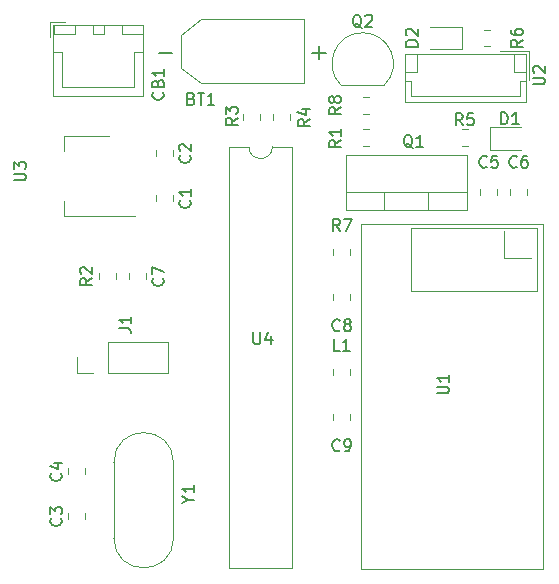
<source format=gbr>
G04 #@! TF.GenerationSoftware,KiCad,Pcbnew,5.1.6-c6e7f7d~87~ubuntu20.04.1*
G04 #@! TF.CreationDate,2020-09-27T23:00:53+02:00*
G04 #@! TF.ProjectId,soil_humidity_module,736f696c-5f68-4756-9d69-646974795f6d,rev?*
G04 #@! TF.SameCoordinates,Original*
G04 #@! TF.FileFunction,Legend,Top*
G04 #@! TF.FilePolarity,Positive*
%FSLAX46Y46*%
G04 Gerber Fmt 4.6, Leading zero omitted, Abs format (unit mm)*
G04 Created by KiCad (PCBNEW 5.1.6-c6e7f7d~87~ubuntu20.04.1) date 2020-09-27 23:00:53*
%MOMM*%
%LPD*%
G01*
G04 APERTURE LIST*
%ADD10C,0.120000*%
%ADD11C,0.150000*%
G04 APERTURE END LIST*
D10*
X132060000Y-81614000D02*
X132060000Y-87584000D01*
X132060000Y-87584000D02*
X139680000Y-87584000D01*
X139680000Y-87584000D02*
X139680000Y-81614000D01*
X139680000Y-81614000D02*
X132060000Y-81614000D01*
X135370000Y-81624000D02*
X135370000Y-82374000D01*
X135370000Y-82374000D02*
X136370000Y-82374000D01*
X136370000Y-82374000D02*
X136370000Y-81624000D01*
X136370000Y-81624000D02*
X135370000Y-81624000D01*
X132070000Y-81624000D02*
X132070000Y-82374000D01*
X132070000Y-82374000D02*
X133870000Y-82374000D01*
X133870000Y-82374000D02*
X133870000Y-81624000D01*
X133870000Y-81624000D02*
X132070000Y-81624000D01*
X137870000Y-81624000D02*
X137870000Y-82374000D01*
X137870000Y-82374000D02*
X139670000Y-82374000D01*
X139670000Y-82374000D02*
X139670000Y-81624000D01*
X139670000Y-81624000D02*
X137870000Y-81624000D01*
X132070000Y-83874000D02*
X132820000Y-83874000D01*
X132820000Y-83874000D02*
X132820000Y-86824000D01*
X132820000Y-86824000D02*
X135870000Y-86824000D01*
X139670000Y-83874000D02*
X138920000Y-83874000D01*
X138920000Y-83874000D02*
X138920000Y-86824000D01*
X138920000Y-86824000D02*
X135870000Y-86824000D01*
X133020000Y-81324000D02*
X131770000Y-81324000D01*
X131770000Y-81324000D02*
X131770000Y-82574000D01*
X158237422Y-87682000D02*
X158754578Y-87682000D01*
X158237422Y-89102000D02*
X158754578Y-89102000D01*
X155754000Y-110739422D02*
X155754000Y-111256578D01*
X157174000Y-110739422D02*
X157174000Y-111256578D01*
X155754000Y-114549422D02*
X155754000Y-115066578D01*
X157174000Y-114549422D02*
X157174000Y-115066578D01*
X155754000Y-100579422D02*
X155754000Y-101096578D01*
X157174000Y-100579422D02*
X157174000Y-101096578D01*
X157174000Y-104906578D02*
X157174000Y-104389422D01*
X155754000Y-104906578D02*
X155754000Y-104389422D01*
X134052000Y-111058000D02*
X134052000Y-109728000D01*
X135382000Y-111058000D02*
X134052000Y-111058000D01*
X136652000Y-111058000D02*
X136652000Y-108398000D01*
X136652000Y-108398000D02*
X141792000Y-108398000D01*
X136652000Y-111058000D02*
X141792000Y-111058000D01*
X141792000Y-111058000D02*
X141792000Y-108398000D01*
X135942000Y-102611422D02*
X135942000Y-103128578D01*
X137362000Y-102611422D02*
X137362000Y-103128578D01*
X172160000Y-95499422D02*
X172160000Y-96016578D01*
X170740000Y-95499422D02*
X170740000Y-96016578D01*
X169620000Y-95499422D02*
X169620000Y-96016578D01*
X168200000Y-95499422D02*
X168200000Y-96016578D01*
X168524422Y-83387000D02*
X169041578Y-83387000D01*
X168524422Y-81967000D02*
X169041578Y-81967000D01*
X166619422Y-91851000D02*
X167136578Y-91851000D01*
X166619422Y-90431000D02*
X167136578Y-90431000D01*
X166658000Y-81717000D02*
X163973000Y-81717000D01*
X166658000Y-83637000D02*
X166658000Y-81717000D01*
X163973000Y-83637000D02*
X166658000Y-83637000D01*
X169003000Y-92146000D02*
X171688000Y-92146000D01*
X169003000Y-90226000D02*
X169003000Y-92146000D01*
X171688000Y-90226000D02*
X169003000Y-90226000D01*
X172974000Y-98806000D02*
X172974000Y-104140000D01*
X172974000Y-104140000D02*
X162306000Y-104140000D01*
X162306000Y-104140000D02*
X162306000Y-98806000D01*
X162306000Y-98806000D02*
X162306000Y-98806000D01*
X172466000Y-101346000D02*
X170180000Y-101346000D01*
X170180000Y-101346000D02*
X170180000Y-99060000D01*
X170180000Y-99060000D02*
X170180000Y-99060000D01*
X173550000Y-98476000D02*
X173550000Y-127676000D01*
X173550000Y-127676000D02*
X158100000Y-127676000D01*
X158100000Y-127676000D02*
X158100000Y-98476000D01*
X158100000Y-98476000D02*
X173550000Y-98476000D01*
X173550000Y-98476000D02*
X173550000Y-98476000D01*
X162306000Y-98806000D02*
X172974000Y-98806000D01*
X172974000Y-98806000D02*
X172974000Y-98806000D01*
X142832000Y-82410000D02*
X142832000Y-85230000D01*
X142832000Y-85230000D02*
X144532000Y-86530000D01*
X142832000Y-82410000D02*
X144532000Y-81110000D01*
X144532000Y-86530000D02*
X153252000Y-86530000D01*
X153252000Y-81110000D02*
X153252000Y-86530000D01*
X144532000Y-81110000D02*
X153252000Y-81110000D01*
X142188000Y-96524578D02*
X142188000Y-96007422D01*
X140768000Y-96524578D02*
X140768000Y-96007422D01*
X142188000Y-92197422D02*
X142188000Y-92714578D01*
X140768000Y-92197422D02*
X140768000Y-92714578D01*
X134695000Y-122931422D02*
X134695000Y-123448578D01*
X133275000Y-122931422D02*
X133275000Y-123448578D01*
X134695000Y-119638578D02*
X134695000Y-119121422D01*
X133275000Y-119638578D02*
X133275000Y-119121422D01*
X160079000Y-97250000D02*
X160079000Y-95740000D01*
X163780000Y-97250000D02*
X163780000Y-95740000D01*
X167050000Y-95740000D02*
X156810000Y-95740000D01*
X156810000Y-97250000D02*
X156810000Y-92609000D01*
X167050000Y-97250000D02*
X167050000Y-92609000D01*
X167050000Y-92609000D02*
X156810000Y-92609000D01*
X167050000Y-97250000D02*
X156810000Y-97250000D01*
X156442000Y-86686000D02*
X160042000Y-86686000D01*
X156403522Y-86674478D02*
G75*
G02*
X158242000Y-82236000I1838478J1838478D01*
G01*
X160080478Y-86674478D02*
G75*
G03*
X158242000Y-82236000I-1838478J1838478D01*
G01*
X158754578Y-90431000D02*
X158237422Y-90431000D01*
X158754578Y-91851000D02*
X158237422Y-91851000D01*
X139902000Y-103128578D02*
X139902000Y-102611422D01*
X138482000Y-103128578D02*
X138482000Y-102611422D01*
X148134000Y-89666578D02*
X148134000Y-89149422D01*
X149554000Y-89666578D02*
X149554000Y-89149422D01*
X152094000Y-89149422D02*
X152094000Y-89666578D01*
X150674000Y-89149422D02*
X150674000Y-89666578D01*
X172328000Y-83750000D02*
X169828000Y-83750000D01*
X172328000Y-86250000D02*
X172328000Y-83750000D01*
X162808000Y-85550000D02*
X162808000Y-84050000D01*
X161808000Y-85550000D02*
X162808000Y-85550000D01*
X171028000Y-85550000D02*
X171028000Y-84050000D01*
X172028000Y-85550000D02*
X171028000Y-85550000D01*
X162308000Y-86360000D02*
X161808000Y-86360000D01*
X162308000Y-87570000D02*
X162308000Y-86360000D01*
X171528000Y-87570000D02*
X162308000Y-87570000D01*
X171528000Y-86360000D02*
X171528000Y-87570000D01*
X172028000Y-86360000D02*
X171528000Y-86360000D01*
X161808000Y-88070000D02*
X172028000Y-88070000D01*
X161808000Y-84050000D02*
X161808000Y-88070000D01*
X172028000Y-84050000D02*
X161808000Y-84050000D01*
X172028000Y-88070000D02*
X172028000Y-84050000D01*
X138974000Y-97771000D02*
X132964000Y-97771000D01*
X136724000Y-90951000D02*
X132964000Y-90951000D01*
X132964000Y-97771000D02*
X132964000Y-96511000D01*
X132964000Y-90951000D02*
X132964000Y-92211000D01*
X152256000Y-91888000D02*
X150606000Y-91888000D01*
X152256000Y-127568000D02*
X152256000Y-91888000D01*
X146956000Y-127568000D02*
X152256000Y-127568000D01*
X146956000Y-91888000D02*
X146956000Y-127568000D01*
X148606000Y-91888000D02*
X146956000Y-91888000D01*
X150606000Y-91888000D02*
G75*
G02*
X148606000Y-91888000I-1000000J0D01*
G01*
X137175000Y-118620000D02*
X137175000Y-125020000D01*
X142225000Y-118620000D02*
X142225000Y-125020000D01*
X137175000Y-118620000D02*
G75*
G02*
X142225000Y-118620000I2525000J0D01*
G01*
X137175000Y-125020000D02*
G75*
G03*
X142225000Y-125020000I2525000J0D01*
G01*
D11*
X141327142Y-87280666D02*
X141374761Y-87328285D01*
X141422380Y-87471142D01*
X141422380Y-87566380D01*
X141374761Y-87709238D01*
X141279523Y-87804476D01*
X141184285Y-87852095D01*
X140993809Y-87899714D01*
X140850952Y-87899714D01*
X140660476Y-87852095D01*
X140565238Y-87804476D01*
X140470000Y-87709238D01*
X140422380Y-87566380D01*
X140422380Y-87471142D01*
X140470000Y-87328285D01*
X140517619Y-87280666D01*
X140898571Y-86518761D02*
X140946190Y-86375904D01*
X140993809Y-86328285D01*
X141089047Y-86280666D01*
X141231904Y-86280666D01*
X141327142Y-86328285D01*
X141374761Y-86375904D01*
X141422380Y-86471142D01*
X141422380Y-86852095D01*
X140422380Y-86852095D01*
X140422380Y-86518761D01*
X140470000Y-86423523D01*
X140517619Y-86375904D01*
X140612857Y-86328285D01*
X140708095Y-86328285D01*
X140803333Y-86375904D01*
X140850952Y-86423523D01*
X140898571Y-86518761D01*
X140898571Y-86852095D01*
X141422380Y-85328285D02*
X141422380Y-85899714D01*
X141422380Y-85614000D02*
X140422380Y-85614000D01*
X140565238Y-85709238D01*
X140660476Y-85804476D01*
X140708095Y-85899714D01*
X156408380Y-88558666D02*
X155932190Y-88892000D01*
X156408380Y-89130095D02*
X155408380Y-89130095D01*
X155408380Y-88749142D01*
X155456000Y-88653904D01*
X155503619Y-88606285D01*
X155598857Y-88558666D01*
X155741714Y-88558666D01*
X155836952Y-88606285D01*
X155884571Y-88653904D01*
X155932190Y-88749142D01*
X155932190Y-89130095D01*
X155836952Y-87987238D02*
X155789333Y-88082476D01*
X155741714Y-88130095D01*
X155646476Y-88177714D01*
X155598857Y-88177714D01*
X155503619Y-88130095D01*
X155456000Y-88082476D01*
X155408380Y-87987238D01*
X155408380Y-87796761D01*
X155456000Y-87701523D01*
X155503619Y-87653904D01*
X155598857Y-87606285D01*
X155646476Y-87606285D01*
X155741714Y-87653904D01*
X155789333Y-87701523D01*
X155836952Y-87796761D01*
X155836952Y-87987238D01*
X155884571Y-88082476D01*
X155932190Y-88130095D01*
X156027428Y-88177714D01*
X156217904Y-88177714D01*
X156313142Y-88130095D01*
X156360761Y-88082476D01*
X156408380Y-87987238D01*
X156408380Y-87796761D01*
X156360761Y-87701523D01*
X156313142Y-87653904D01*
X156217904Y-87606285D01*
X156027428Y-87606285D01*
X155932190Y-87653904D01*
X155884571Y-87701523D01*
X155836952Y-87796761D01*
X156297333Y-109164380D02*
X155821142Y-109164380D01*
X155821142Y-108164380D01*
X157154476Y-109164380D02*
X156583047Y-109164380D01*
X156868761Y-109164380D02*
X156868761Y-108164380D01*
X156773523Y-108307238D01*
X156678285Y-108402476D01*
X156583047Y-108450095D01*
X156297333Y-117578142D02*
X156249714Y-117625761D01*
X156106857Y-117673380D01*
X156011619Y-117673380D01*
X155868761Y-117625761D01*
X155773523Y-117530523D01*
X155725904Y-117435285D01*
X155678285Y-117244809D01*
X155678285Y-117101952D01*
X155725904Y-116911476D01*
X155773523Y-116816238D01*
X155868761Y-116721000D01*
X156011619Y-116673380D01*
X156106857Y-116673380D01*
X156249714Y-116721000D01*
X156297333Y-116768619D01*
X156773523Y-117673380D02*
X156964000Y-117673380D01*
X157059238Y-117625761D01*
X157106857Y-117578142D01*
X157202095Y-117435285D01*
X157249714Y-117244809D01*
X157249714Y-116863857D01*
X157202095Y-116768619D01*
X157154476Y-116721000D01*
X157059238Y-116673380D01*
X156868761Y-116673380D01*
X156773523Y-116721000D01*
X156725904Y-116768619D01*
X156678285Y-116863857D01*
X156678285Y-117101952D01*
X156725904Y-117197190D01*
X156773523Y-117244809D01*
X156868761Y-117292428D01*
X157059238Y-117292428D01*
X157154476Y-117244809D01*
X157202095Y-117197190D01*
X157249714Y-117101952D01*
X156297333Y-99004380D02*
X155964000Y-98528190D01*
X155725904Y-99004380D02*
X155725904Y-98004380D01*
X156106857Y-98004380D01*
X156202095Y-98052000D01*
X156249714Y-98099619D01*
X156297333Y-98194857D01*
X156297333Y-98337714D01*
X156249714Y-98432952D01*
X156202095Y-98480571D01*
X156106857Y-98528190D01*
X155725904Y-98528190D01*
X156630666Y-98004380D02*
X157297333Y-98004380D01*
X156868761Y-99004380D01*
X156297333Y-107418142D02*
X156249714Y-107465761D01*
X156106857Y-107513380D01*
X156011619Y-107513380D01*
X155868761Y-107465761D01*
X155773523Y-107370523D01*
X155725904Y-107275285D01*
X155678285Y-107084809D01*
X155678285Y-106941952D01*
X155725904Y-106751476D01*
X155773523Y-106656238D01*
X155868761Y-106561000D01*
X156011619Y-106513380D01*
X156106857Y-106513380D01*
X156249714Y-106561000D01*
X156297333Y-106608619D01*
X156868761Y-106941952D02*
X156773523Y-106894333D01*
X156725904Y-106846714D01*
X156678285Y-106751476D01*
X156678285Y-106703857D01*
X156725904Y-106608619D01*
X156773523Y-106561000D01*
X156868761Y-106513380D01*
X157059238Y-106513380D01*
X157154476Y-106561000D01*
X157202095Y-106608619D01*
X157249714Y-106703857D01*
X157249714Y-106751476D01*
X157202095Y-106846714D01*
X157154476Y-106894333D01*
X157059238Y-106941952D01*
X156868761Y-106941952D01*
X156773523Y-106989571D01*
X156725904Y-107037190D01*
X156678285Y-107132428D01*
X156678285Y-107322904D01*
X156725904Y-107418142D01*
X156773523Y-107465761D01*
X156868761Y-107513380D01*
X157059238Y-107513380D01*
X157154476Y-107465761D01*
X157202095Y-107418142D01*
X157249714Y-107322904D01*
X157249714Y-107132428D01*
X157202095Y-107037190D01*
X157154476Y-106989571D01*
X157059238Y-106941952D01*
X137628380Y-107267333D02*
X138342666Y-107267333D01*
X138485523Y-107314952D01*
X138580761Y-107410190D01*
X138628380Y-107553047D01*
X138628380Y-107648285D01*
X138628380Y-106267333D02*
X138628380Y-106838761D01*
X138628380Y-106553047D02*
X137628380Y-106553047D01*
X137771238Y-106648285D01*
X137866476Y-106743523D01*
X137914095Y-106838761D01*
X141327142Y-103036666D02*
X141374761Y-103084285D01*
X141422380Y-103227142D01*
X141422380Y-103322380D01*
X141374761Y-103465238D01*
X141279523Y-103560476D01*
X141184285Y-103608095D01*
X140993809Y-103655714D01*
X140850952Y-103655714D01*
X140660476Y-103608095D01*
X140565238Y-103560476D01*
X140470000Y-103465238D01*
X140422380Y-103322380D01*
X140422380Y-103227142D01*
X140470000Y-103084285D01*
X140517619Y-103036666D01*
X140422380Y-102703333D02*
X140422380Y-102036666D01*
X141422380Y-102465238D01*
X171283333Y-93575142D02*
X171235714Y-93622761D01*
X171092857Y-93670380D01*
X170997619Y-93670380D01*
X170854761Y-93622761D01*
X170759523Y-93527523D01*
X170711904Y-93432285D01*
X170664285Y-93241809D01*
X170664285Y-93098952D01*
X170711904Y-92908476D01*
X170759523Y-92813238D01*
X170854761Y-92718000D01*
X170997619Y-92670380D01*
X171092857Y-92670380D01*
X171235714Y-92718000D01*
X171283333Y-92765619D01*
X172140476Y-92670380D02*
X171950000Y-92670380D01*
X171854761Y-92718000D01*
X171807142Y-92765619D01*
X171711904Y-92908476D01*
X171664285Y-93098952D01*
X171664285Y-93479904D01*
X171711904Y-93575142D01*
X171759523Y-93622761D01*
X171854761Y-93670380D01*
X172045238Y-93670380D01*
X172140476Y-93622761D01*
X172188095Y-93575142D01*
X172235714Y-93479904D01*
X172235714Y-93241809D01*
X172188095Y-93146571D01*
X172140476Y-93098952D01*
X172045238Y-93051333D01*
X171854761Y-93051333D01*
X171759523Y-93098952D01*
X171711904Y-93146571D01*
X171664285Y-93241809D01*
X168743333Y-93575142D02*
X168695714Y-93622761D01*
X168552857Y-93670380D01*
X168457619Y-93670380D01*
X168314761Y-93622761D01*
X168219523Y-93527523D01*
X168171904Y-93432285D01*
X168124285Y-93241809D01*
X168124285Y-93098952D01*
X168171904Y-92908476D01*
X168219523Y-92813238D01*
X168314761Y-92718000D01*
X168457619Y-92670380D01*
X168552857Y-92670380D01*
X168695714Y-92718000D01*
X168743333Y-92765619D01*
X169648095Y-92670380D02*
X169171904Y-92670380D01*
X169124285Y-93146571D01*
X169171904Y-93098952D01*
X169267142Y-93051333D01*
X169505238Y-93051333D01*
X169600476Y-93098952D01*
X169648095Y-93146571D01*
X169695714Y-93241809D01*
X169695714Y-93479904D01*
X169648095Y-93575142D01*
X169600476Y-93622761D01*
X169505238Y-93670380D01*
X169267142Y-93670380D01*
X169171904Y-93622761D01*
X169124285Y-93575142D01*
X171775380Y-82843666D02*
X171299190Y-83177000D01*
X171775380Y-83415095D02*
X170775380Y-83415095D01*
X170775380Y-83034142D01*
X170823000Y-82938904D01*
X170870619Y-82891285D01*
X170965857Y-82843666D01*
X171108714Y-82843666D01*
X171203952Y-82891285D01*
X171251571Y-82938904D01*
X171299190Y-83034142D01*
X171299190Y-83415095D01*
X170775380Y-81986523D02*
X170775380Y-82177000D01*
X170823000Y-82272238D01*
X170870619Y-82319857D01*
X171013476Y-82415095D01*
X171203952Y-82462714D01*
X171584904Y-82462714D01*
X171680142Y-82415095D01*
X171727761Y-82367476D01*
X171775380Y-82272238D01*
X171775380Y-82081761D01*
X171727761Y-81986523D01*
X171680142Y-81938904D01*
X171584904Y-81891285D01*
X171346809Y-81891285D01*
X171251571Y-81938904D01*
X171203952Y-81986523D01*
X171156333Y-82081761D01*
X171156333Y-82272238D01*
X171203952Y-82367476D01*
X171251571Y-82415095D01*
X171346809Y-82462714D01*
X166711333Y-90069380D02*
X166378000Y-89593190D01*
X166139904Y-90069380D02*
X166139904Y-89069380D01*
X166520857Y-89069380D01*
X166616095Y-89117000D01*
X166663714Y-89164619D01*
X166711333Y-89259857D01*
X166711333Y-89402714D01*
X166663714Y-89497952D01*
X166616095Y-89545571D01*
X166520857Y-89593190D01*
X166139904Y-89593190D01*
X167616095Y-89069380D02*
X167139904Y-89069380D01*
X167092285Y-89545571D01*
X167139904Y-89497952D01*
X167235142Y-89450333D01*
X167473238Y-89450333D01*
X167568476Y-89497952D01*
X167616095Y-89545571D01*
X167663714Y-89640809D01*
X167663714Y-89878904D01*
X167616095Y-89974142D01*
X167568476Y-90021761D01*
X167473238Y-90069380D01*
X167235142Y-90069380D01*
X167139904Y-90021761D01*
X167092285Y-89974142D01*
X162885380Y-83415095D02*
X161885380Y-83415095D01*
X161885380Y-83177000D01*
X161933000Y-83034142D01*
X162028238Y-82938904D01*
X162123476Y-82891285D01*
X162313952Y-82843666D01*
X162456809Y-82843666D01*
X162647285Y-82891285D01*
X162742523Y-82938904D01*
X162837761Y-83034142D01*
X162885380Y-83177000D01*
X162885380Y-83415095D01*
X161980619Y-82462714D02*
X161933000Y-82415095D01*
X161885380Y-82319857D01*
X161885380Y-82081761D01*
X161933000Y-81986523D01*
X161980619Y-81938904D01*
X162075857Y-81891285D01*
X162171095Y-81891285D01*
X162313952Y-81938904D01*
X162885380Y-82510333D01*
X162885380Y-81891285D01*
X169949904Y-89988380D02*
X169949904Y-88988380D01*
X170188000Y-88988380D01*
X170330857Y-89036000D01*
X170426095Y-89131238D01*
X170473714Y-89226476D01*
X170521333Y-89416952D01*
X170521333Y-89559809D01*
X170473714Y-89750285D01*
X170426095Y-89845523D01*
X170330857Y-89940761D01*
X170188000Y-89988380D01*
X169949904Y-89988380D01*
X171473714Y-89988380D02*
X170902285Y-89988380D01*
X171188000Y-89988380D02*
X171188000Y-88988380D01*
X171092761Y-89131238D01*
X170997523Y-89226476D01*
X170902285Y-89274095D01*
X164552380Y-112782904D02*
X165361904Y-112782904D01*
X165457142Y-112735285D01*
X165504761Y-112687666D01*
X165552380Y-112592428D01*
X165552380Y-112401952D01*
X165504761Y-112306714D01*
X165457142Y-112259095D01*
X165361904Y-112211476D01*
X164552380Y-112211476D01*
X165552380Y-111211476D02*
X165552380Y-111782904D01*
X165552380Y-111497190D02*
X164552380Y-111497190D01*
X164695238Y-111592428D01*
X164790476Y-111687666D01*
X164838095Y-111782904D01*
X143740285Y-87812571D02*
X143883142Y-87860190D01*
X143930761Y-87907809D01*
X143978380Y-88003047D01*
X143978380Y-88145904D01*
X143930761Y-88241142D01*
X143883142Y-88288761D01*
X143787904Y-88336380D01*
X143406952Y-88336380D01*
X143406952Y-87336380D01*
X143740285Y-87336380D01*
X143835523Y-87384000D01*
X143883142Y-87431619D01*
X143930761Y-87526857D01*
X143930761Y-87622095D01*
X143883142Y-87717333D01*
X143835523Y-87764952D01*
X143740285Y-87812571D01*
X143406952Y-87812571D01*
X144264095Y-87336380D02*
X144835523Y-87336380D01*
X144549809Y-88336380D02*
X144549809Y-87336380D01*
X145692666Y-88336380D02*
X145121238Y-88336380D01*
X145406952Y-88336380D02*
X145406952Y-87336380D01*
X145311714Y-87479238D01*
X145216476Y-87574476D01*
X145121238Y-87622095D01*
X153970571Y-83927142D02*
X155113428Y-83927142D01*
X154542000Y-84498571D02*
X154542000Y-83355714D01*
X140970571Y-83927142D02*
X142113428Y-83927142D01*
X143613142Y-96432666D02*
X143660761Y-96480285D01*
X143708380Y-96623142D01*
X143708380Y-96718380D01*
X143660761Y-96861238D01*
X143565523Y-96956476D01*
X143470285Y-97004095D01*
X143279809Y-97051714D01*
X143136952Y-97051714D01*
X142946476Y-97004095D01*
X142851238Y-96956476D01*
X142756000Y-96861238D01*
X142708380Y-96718380D01*
X142708380Y-96623142D01*
X142756000Y-96480285D01*
X142803619Y-96432666D01*
X143708380Y-95480285D02*
X143708380Y-96051714D01*
X143708380Y-95766000D02*
X142708380Y-95766000D01*
X142851238Y-95861238D01*
X142946476Y-95956476D01*
X142994095Y-96051714D01*
X143613142Y-92622666D02*
X143660761Y-92670285D01*
X143708380Y-92813142D01*
X143708380Y-92908380D01*
X143660761Y-93051238D01*
X143565523Y-93146476D01*
X143470285Y-93194095D01*
X143279809Y-93241714D01*
X143136952Y-93241714D01*
X142946476Y-93194095D01*
X142851238Y-93146476D01*
X142756000Y-93051238D01*
X142708380Y-92908380D01*
X142708380Y-92813142D01*
X142756000Y-92670285D01*
X142803619Y-92622666D01*
X142803619Y-92241714D02*
X142756000Y-92194095D01*
X142708380Y-92098857D01*
X142708380Y-91860761D01*
X142756000Y-91765523D01*
X142803619Y-91717904D01*
X142898857Y-91670285D01*
X142994095Y-91670285D01*
X143136952Y-91717904D01*
X143708380Y-92289333D01*
X143708380Y-91670285D01*
X132691142Y-123356666D02*
X132738761Y-123404285D01*
X132786380Y-123547142D01*
X132786380Y-123642380D01*
X132738761Y-123785238D01*
X132643523Y-123880476D01*
X132548285Y-123928095D01*
X132357809Y-123975714D01*
X132214952Y-123975714D01*
X132024476Y-123928095D01*
X131929238Y-123880476D01*
X131834000Y-123785238D01*
X131786380Y-123642380D01*
X131786380Y-123547142D01*
X131834000Y-123404285D01*
X131881619Y-123356666D01*
X131786380Y-123023333D02*
X131786380Y-122404285D01*
X132167333Y-122737619D01*
X132167333Y-122594761D01*
X132214952Y-122499523D01*
X132262571Y-122451904D01*
X132357809Y-122404285D01*
X132595904Y-122404285D01*
X132691142Y-122451904D01*
X132738761Y-122499523D01*
X132786380Y-122594761D01*
X132786380Y-122880476D01*
X132738761Y-122975714D01*
X132691142Y-123023333D01*
X132692142Y-119546666D02*
X132739761Y-119594285D01*
X132787380Y-119737142D01*
X132787380Y-119832380D01*
X132739761Y-119975238D01*
X132644523Y-120070476D01*
X132549285Y-120118095D01*
X132358809Y-120165714D01*
X132215952Y-120165714D01*
X132025476Y-120118095D01*
X131930238Y-120070476D01*
X131835000Y-119975238D01*
X131787380Y-119832380D01*
X131787380Y-119737142D01*
X131835000Y-119594285D01*
X131882619Y-119546666D01*
X132120714Y-118689523D02*
X132787380Y-118689523D01*
X131739761Y-118927619D02*
X132454047Y-119165714D01*
X132454047Y-118546666D01*
X162464761Y-91987619D02*
X162369523Y-91940000D01*
X162274285Y-91844761D01*
X162131428Y-91701904D01*
X162036190Y-91654285D01*
X161940952Y-91654285D01*
X161988571Y-91892380D02*
X161893333Y-91844761D01*
X161798095Y-91749523D01*
X161750476Y-91559047D01*
X161750476Y-91225714D01*
X161798095Y-91035238D01*
X161893333Y-90940000D01*
X161988571Y-90892380D01*
X162179047Y-90892380D01*
X162274285Y-90940000D01*
X162369523Y-91035238D01*
X162417142Y-91225714D01*
X162417142Y-91559047D01*
X162369523Y-91749523D01*
X162274285Y-91844761D01*
X162179047Y-91892380D01*
X161988571Y-91892380D01*
X163369523Y-91892380D02*
X162798095Y-91892380D01*
X163083809Y-91892380D02*
X163083809Y-90892380D01*
X162988571Y-91035238D01*
X162893333Y-91130476D01*
X162798095Y-91178095D01*
X158146761Y-81823619D02*
X158051523Y-81776000D01*
X157956285Y-81680761D01*
X157813428Y-81537904D01*
X157718190Y-81490285D01*
X157622952Y-81490285D01*
X157670571Y-81728380D02*
X157575333Y-81680761D01*
X157480095Y-81585523D01*
X157432476Y-81395047D01*
X157432476Y-81061714D01*
X157480095Y-80871238D01*
X157575333Y-80776000D01*
X157670571Y-80728380D01*
X157861047Y-80728380D01*
X157956285Y-80776000D01*
X158051523Y-80871238D01*
X158099142Y-81061714D01*
X158099142Y-81395047D01*
X158051523Y-81585523D01*
X157956285Y-81680761D01*
X157861047Y-81728380D01*
X157670571Y-81728380D01*
X158480095Y-80823619D02*
X158527714Y-80776000D01*
X158622952Y-80728380D01*
X158861047Y-80728380D01*
X158956285Y-80776000D01*
X159003904Y-80823619D01*
X159051523Y-80918857D01*
X159051523Y-81014095D01*
X159003904Y-81156952D01*
X158432476Y-81728380D01*
X159051523Y-81728380D01*
X156408380Y-91352666D02*
X155932190Y-91686000D01*
X156408380Y-91924095D02*
X155408380Y-91924095D01*
X155408380Y-91543142D01*
X155456000Y-91447904D01*
X155503619Y-91400285D01*
X155598857Y-91352666D01*
X155741714Y-91352666D01*
X155836952Y-91400285D01*
X155884571Y-91447904D01*
X155932190Y-91543142D01*
X155932190Y-91924095D01*
X156408380Y-90400285D02*
X156408380Y-90971714D01*
X156408380Y-90686000D02*
X155408380Y-90686000D01*
X155551238Y-90781238D01*
X155646476Y-90876476D01*
X155694095Y-90971714D01*
X135326380Y-103036666D02*
X134850190Y-103370000D01*
X135326380Y-103608095D02*
X134326380Y-103608095D01*
X134326380Y-103227142D01*
X134374000Y-103131904D01*
X134421619Y-103084285D01*
X134516857Y-103036666D01*
X134659714Y-103036666D01*
X134754952Y-103084285D01*
X134802571Y-103131904D01*
X134850190Y-103227142D01*
X134850190Y-103608095D01*
X134421619Y-102655714D02*
X134374000Y-102608095D01*
X134326380Y-102512857D01*
X134326380Y-102274761D01*
X134374000Y-102179523D01*
X134421619Y-102131904D01*
X134516857Y-102084285D01*
X134612095Y-102084285D01*
X134754952Y-102131904D01*
X135326380Y-102703333D01*
X135326380Y-102084285D01*
X147645380Y-89447666D02*
X147169190Y-89781000D01*
X147645380Y-90019095D02*
X146645380Y-90019095D01*
X146645380Y-89638142D01*
X146693000Y-89542904D01*
X146740619Y-89495285D01*
X146835857Y-89447666D01*
X146978714Y-89447666D01*
X147073952Y-89495285D01*
X147121571Y-89542904D01*
X147169190Y-89638142D01*
X147169190Y-90019095D01*
X146645380Y-89114333D02*
X146645380Y-88495285D01*
X147026333Y-88828619D01*
X147026333Y-88685761D01*
X147073952Y-88590523D01*
X147121571Y-88542904D01*
X147216809Y-88495285D01*
X147454904Y-88495285D01*
X147550142Y-88542904D01*
X147597761Y-88590523D01*
X147645380Y-88685761D01*
X147645380Y-88971476D01*
X147597761Y-89066714D01*
X147550142Y-89114333D01*
X153741380Y-89574666D02*
X153265190Y-89908000D01*
X153741380Y-90146095D02*
X152741380Y-90146095D01*
X152741380Y-89765142D01*
X152789000Y-89669904D01*
X152836619Y-89622285D01*
X152931857Y-89574666D01*
X153074714Y-89574666D01*
X153169952Y-89622285D01*
X153217571Y-89669904D01*
X153265190Y-89765142D01*
X153265190Y-90146095D01*
X153074714Y-88717523D02*
X153741380Y-88717523D01*
X152693761Y-88955619D02*
X153408047Y-89193714D01*
X153408047Y-88574666D01*
X172680380Y-86613904D02*
X173489904Y-86613904D01*
X173585142Y-86566285D01*
X173632761Y-86518666D01*
X173680380Y-86423428D01*
X173680380Y-86232952D01*
X173632761Y-86137714D01*
X173585142Y-86090095D01*
X173489904Y-86042476D01*
X172680380Y-86042476D01*
X172775619Y-85613904D02*
X172728000Y-85566285D01*
X172680380Y-85471047D01*
X172680380Y-85232952D01*
X172728000Y-85137714D01*
X172775619Y-85090095D01*
X172870857Y-85042476D01*
X172966095Y-85042476D01*
X173108952Y-85090095D01*
X173680380Y-85661523D01*
X173680380Y-85042476D01*
X128738380Y-94741904D02*
X129547904Y-94741904D01*
X129643142Y-94694285D01*
X129690761Y-94646666D01*
X129738380Y-94551428D01*
X129738380Y-94360952D01*
X129690761Y-94265714D01*
X129643142Y-94218095D01*
X129547904Y-94170476D01*
X128738380Y-94170476D01*
X128738380Y-93789523D02*
X128738380Y-93170476D01*
X129119333Y-93503809D01*
X129119333Y-93360952D01*
X129166952Y-93265714D01*
X129214571Y-93218095D01*
X129309809Y-93170476D01*
X129547904Y-93170476D01*
X129643142Y-93218095D01*
X129690761Y-93265714D01*
X129738380Y-93360952D01*
X129738380Y-93646666D01*
X129690761Y-93741904D01*
X129643142Y-93789523D01*
X148989095Y-107605380D02*
X148989095Y-108414904D01*
X149036714Y-108510142D01*
X149084333Y-108557761D01*
X149179571Y-108605380D01*
X149370047Y-108605380D01*
X149465285Y-108557761D01*
X149512904Y-108510142D01*
X149560523Y-108414904D01*
X149560523Y-107605380D01*
X150465285Y-107938714D02*
X150465285Y-108605380D01*
X150227190Y-107557761D02*
X149989095Y-108272047D01*
X150608142Y-108272047D01*
X143486190Y-121761190D02*
X143962380Y-121761190D01*
X142962380Y-122094523D02*
X143486190Y-121761190D01*
X142962380Y-121427857D01*
X143962380Y-120570714D02*
X143962380Y-121142142D01*
X143962380Y-120856428D02*
X142962380Y-120856428D01*
X143105238Y-120951666D01*
X143200476Y-121046904D01*
X143248095Y-121142142D01*
M02*

</source>
